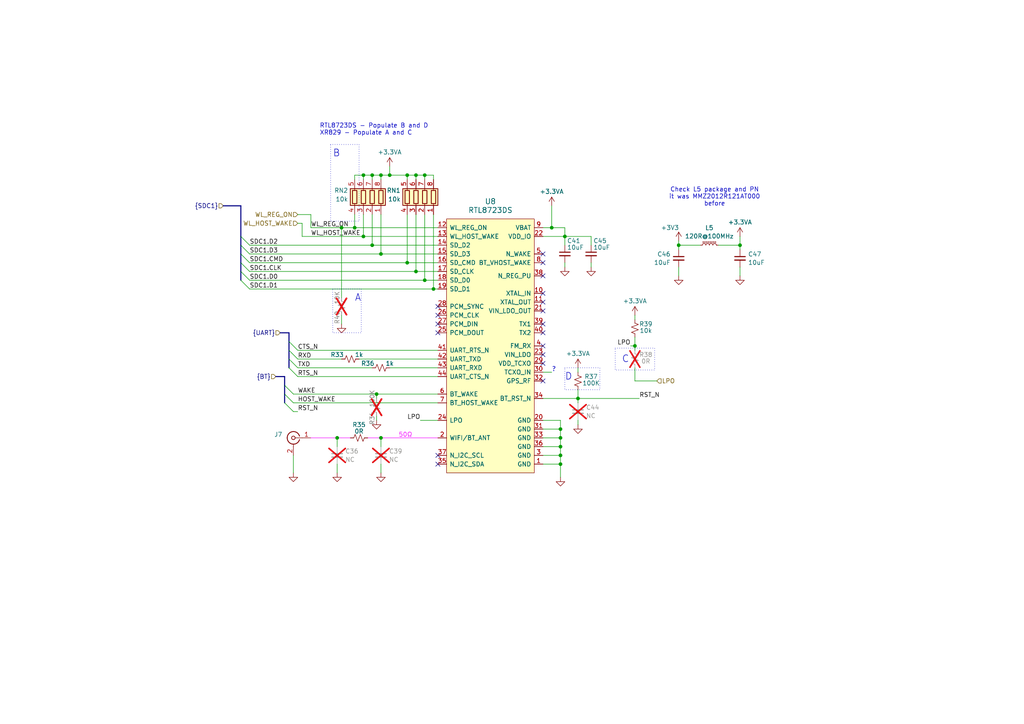
<source format=kicad_sch>
(kicad_sch (version 20231120) (generator "eeschema") (generator_version "8.0")
  (paper "A4")
  (lib_symbols
    (symbol "Connector:Conn_Coaxial" (pin_names (offset 1.016) hide)
      (property "Reference" "J" (at 0.254 3.048 0))
      (property "Value" "Conn_Coaxial" (at 2.921 0 90))
      (symbol "Conn_Coaxial_0_1"
        (arc (start -1.778 -0.508) (mid 0.2311 -1.8066) (end 1.778 0) (stroke (width 0.254)))
        (polyline (pts (xy -2.54 0) (xy -0.508 0)))
        (polyline (pts (xy 0 -2.54) (xy 0 -1.778)))
        (circle (center 0 0) (radius 0.508) (stroke (width 0.2032)))
        (arc (start 1.778 0) (mid 0.2099 1.8101) (end -1.778 0.508) (stroke (width 0.254)))
      )
      (symbol "Conn_Coaxial_1_1"
        (pin passive line (at -5.08 0 0) (length 2.54) (name "In") (number "1"))
        (pin passive line (at 0 -5.08 90) (length 2.54) (name "Ext") (number "2"))
      )
    )
    (symbol "Device:C_Small" (pin_numbers hide) (pin_names (offset 0.254) hide)
      (property "Reference" "C" (at 0.254 1.778 0))
      (property "Value" "C_Small" (at 0.254 -2.032 0))
      (symbol "C_Small_0_1"
        (polyline (pts (xy -1.524 -0.508) (xy 1.524 -0.508)) (stroke (width 0.3302)))
        (polyline (pts (xy -1.524 0.508) (xy 1.524 0.508)) (stroke (width 0.3048)))
      )
      (symbol "C_Small_1_1"
        (pin passive line (at 0 2.54 270) (length 2.032) (name "~") (number "1"))
        (pin passive line (at 0 -2.54 90) (length 2.032) (name "~") (number "2"))
      )
    )
    (symbol "Device:L_Ferrite_Small" (pin_numbers hide) (pin_names (offset 0.254) hide)
      (property "Reference" "L" (at 1.27 1.016 0))
      (property "Value" "L_Ferrite_Small" (at 1.27 -1.27 0))
      (symbol "L_Ferrite_Small_0_1"
        (arc (start 0 -2.032) (mid 0.5058 -1.524) (end 0 -1.016))
        (arc (start 0 -1.016) (mid 0.5058 -0.508) (end 0 0))
        (polyline (pts (xy 0.762 -1.905) (xy 0.762 -1.651)))
        (polyline (pts (xy 0.762 -1.397) (xy 0.762 -1.143)))
        (polyline (pts (xy 0.762 -0.889) (xy 0.762 -0.635)))
        (polyline (pts (xy 0.762 -0.381) (xy 0.762 -0.127)))
        (polyline (pts (xy 0.762 0.127) (xy 0.762 0.381)))
        (polyline (pts (xy 0.762 0.635) (xy 0.762 0.889)))
        (polyline (pts (xy 0.762 1.143) (xy 0.762 1.397)))
        (polyline (pts (xy 0.762 1.651) (xy 0.762 1.905)))
        (polyline (pts (xy 1.016 -1.651) (xy 1.016 -1.905)))
        (polyline (pts (xy 1.016 -1.143) (xy 1.016 -1.397)))
        (polyline (pts (xy 1.016 -0.635) (xy 1.016 -0.889)))
        (polyline (pts (xy 1.016 -0.127) (xy 1.016 -0.381)))
        (polyline (pts (xy 1.016 0.381) (xy 1.016 0.127)))
        (polyline (pts (xy 1.016 0.889) (xy 1.016 0.635)))
        (polyline (pts (xy 1.016 1.397) (xy 1.016 1.143)))
        (polyline (pts (xy 1.016 1.905) (xy 1.016 1.651)))
        (arc (start 0 0) (mid 0.5058 0.508) (end 0 1.016))
        (arc (start 0 1.016) (mid 0.5058 1.524) (end 0 2.032))
      )
      (symbol "L_Ferrite_Small_1_1"
        (pin passive line (at 0 2.54 270) (length 0.508) (name "~") (number "1"))
        (pin passive line (at 0 -2.54 90) (length 0.508) (name "~") (number "2"))
      )
    )
    (symbol "Device:R_Pack04" (pin_names (offset 0) hide)
      (property "Reference" "RN" (at -7.62 0 90))
      (property "Value" "R_Pack04" (at 5.08 0 90))
      (symbol "R_Pack04_0_1"
        (rectangle (start -6.35 -2.413) (end 3.81 2.413) (stroke (width 0.254)) (fill (type background)))
        (rectangle (start -5.715 1.905) (end -4.445 -1.905) (stroke (width 0.254)))
        (rectangle (start -3.175 1.905) (end -1.905 -1.905) (stroke (width 0.254)))
        (rectangle (start -0.635 1.905) (end 0.635 -1.905) (stroke (width 0.254)))
        (polyline (pts (xy -5.08 -2.54) (xy -5.08 -1.905)))
        (polyline (pts (xy -5.08 1.905) (xy -5.08 2.54)))
        (polyline (pts (xy -2.54 -2.54) (xy -2.54 -1.905)))
        (polyline (pts (xy -2.54 1.905) (xy -2.54 2.54)))
        (polyline (pts (xy 0 -2.54) (xy 0 -1.905)))
        (polyline (pts (xy 0 1.905) (xy 0 2.54)))
        (polyline (pts (xy 2.54 -2.54) (xy 2.54 -1.905)))
        (polyline (pts (xy 2.54 1.905) (xy 2.54 2.54)))
        (rectangle (start 1.905 1.905) (end 3.175 -1.905) (stroke (width 0.254)))
      )
      (symbol "R_Pack04_1_1"
        (pin passive line (at -5.08 -5.08 90) (length 2.54) (name "R1.1") (number "1"))
        (pin passive line (at -2.54 -5.08 90) (length 2.54) (name "R2.1") (number "2"))
        (pin passive line (at 0 -5.08 90) (length 2.54) (name "R3.1") (number "3"))
        (pin passive line (at 2.54 -5.08 90) (length 2.54) (name "R4.1") (number "4"))
        (pin passive line (at 2.54 5.08 270) (length 2.54) (name "R4.2") (number "5"))
        (pin passive line (at 0 5.08 270) (length 2.54) (name "R3.2") (number "6"))
        (pin passive line (at -2.54 5.08 270) (length 2.54) (name "R2.2") (number "7"))
        (pin passive line (at -5.08 5.08 270) (length 2.54) (name "R1.2") (number "8"))
      )
    )
    (symbol "Device:R_Small_US" (pin_numbers hide) (pin_names (offset 0.254) hide)
      (property "Reference" "R" (at 0.762 0.508 0))
      (property "Value" "R_Small_US" (at 0.762 -1.016 0))
      (symbol "R_Small_US_1_1"
        (polyline (pts (xy 0 0) (xy 1.016 -0.381) (xy 0 -0.762) (xy -1.016 -1.143) (xy 0 -1.524)))
        (polyline (pts (xy 0 1.524) (xy 1.016 1.143) (xy 0 0.762) (xy -1.016 0.381) (xy 0 0)))
        (pin passive line (at 0 2.54 270) (length 1.016) (name "~") (number "1"))
        (pin passive line (at 0 -2.54 90) (length 1.016) (name "~") (number "2"))
      )
    )
    (symbol "power:+3.3VA" (power) (pin_names (offset 0))
      (property "Value" "+3.3VA" (at 0 3.556 0))
      (symbol "+3.3VA_0_1"
        (polyline (pts (xy -0.762 1.27) (xy 0 2.54)))
        (polyline (pts (xy 0 0) (xy 0 2.54)))
        (polyline (pts (xy 0 2.54) (xy 0.762 1.27)))
      )
      (symbol "+3.3VA_1_1"
        (pin power_in line (at 0 0 90) (length 0) hide (name "+3.3VA") (number "1"))
      )
    )
    (symbol "power:+3V3" (power) (pin_names (offset 0))
      (property "Value" "+3V3" (at 0 3.556 0))
      (symbol "+3V3_0_1"
        (polyline (pts (xy -0.762 1.27) (xy 0 2.54)))
        (polyline (pts (xy 0 0) (xy 0 2.54)))
        (polyline (pts (xy 0 2.54) (xy 0.762 1.27)))
      )
      (symbol "+3V3_1_1"
        (pin power_in line (at 0 0 90) (length 0) hide (name "+3V3") (number "1"))
      )
    )
    (symbol "power:GND" (power) (pin_names (offset 0))
      (property "Value" "GND" (at 0 -3.81 0))
      (symbol "GND_0_1"
        (polyline (pts (xy 0 0) (xy 0 -1.27) (xy 1.27 -1.27) (xy 0 -2.54) (xy -1.27 -1.27) (xy 0 -1.27)))
      )
      (symbol "GND_1_1"
        (pin power_in line (at 0 0 270) (length 0) hide (name "GND") (number "1"))
      )
    )
    (symbol "rtl8723ds:RTL8723DS" (pin_names (offset 0.889))
      (property "Reference" "U" (at -10.16 34.925 0))
      (property "Value" "RTL8723DS" (at 0 -43.18 0))
      (symbol "RTL8723DS_1_1"
        (rectangle (start -12.7 33.02) (end 12.7 -40.64) (fill (type background)))
        (pin power_in line (at 15.24 -38.1 180) (length 2.4892) (name "GND") (number "1"))
        (pin input line (at 15.24 11.43 180) (length 2.4892) (name "XTAL_IN") (number "10"))
        (pin output line (at 15.24 8.89 180) (length 2.4892) (name "XTAL_OUT") (number "11"))
        (pin bidirectional line (at -15.24 30.48 0) (length 2.4892) (name "WL_REG_ON") (number "12"))
        (pin input line (at -15.24 27.94 0) (length 2.4892) (name "WL_HOST_WAKE") (number "13"))
        (pin bidirectional line (at -15.24 25.4 0) (length 2.4892) (name "SD_D2") (number "14"))
        (pin bidirectional line (at -15.24 22.86 0) (length 2.4892) (name "SD_D3") (number "15"))
        (pin bidirectional line (at -15.24 20.32 0) (length 2.4892) (name "SD_CMD") (number "16"))
        (pin input line (at -15.24 17.78 0) (length 2.4892) (name "SD_CLK") (number "17"))
        (pin bidirectional line (at -15.24 15.24 0) (length 2.4892) (name "SD_D0") (number "18"))
        (pin bidirectional line (at -15.24 12.7 0) (length 2.4892) (name "SD_D1") (number "19"))
        (pin bidirectional line (at -15.24 -30.48 0) (length 2.4892) (name "WIFI/BT_ANT") (number "2"))
        (pin power_in line (at 15.24 -25.4 180) (length 2.4892) (name "GND") (number "20"))
        (pin output line (at 15.24 6.35 180) (length 2.4892) (name "VIN_LDO_OUT") (number "21"))
        (pin power_in line (at 15.24 27.94 180) (length 2.4892) (name "VDD_IO") (number "22"))
        (pin power_in line (at 15.24 -6.35 180) (length 2.4892) (name "VIN_LDO") (number "23"))
        (pin bidirectional line (at -15.24 -25.4 0) (length 2.4892) (name "LPO") (number "24"))
        (pin output line (at -15.24 0 0) (length 2.4892) (name "PCM_DOUT") (number "25"))
        (pin input line (at -15.24 5.08 0) (length 2.4892) (name "PCM_CLK") (number "26"))
        (pin input line (at -15.24 2.54 0) (length 2.4892) (name "PCM_DIN") (number "27"))
        (pin input line (at -15.24 7.62 0) (length 2.4892) (name "PCM_SYNC") (number "28"))
        (pin power_in line (at 15.24 -8.89 180) (length 2.4892) (name "VDD_TCXO") (number "29"))
        (pin power_in line (at 15.24 -35.56 180) (length 2.4892) (name "GND") (number "3"))
        (pin input line (at 15.24 -11.43 180) (length 2.4892) (name "TCXO_IN") (number "30"))
        (pin power_in line (at 15.24 -27.94 180) (length 2.4892) (name "GND") (number "31"))
        (pin output line (at 15.24 -13.97 180) (length 2.4892) (name "GPS_RF") (number "32"))
        (pin power_in line (at 15.24 -30.48 180) (length 2.4892) (name "GND") (number "33"))
        (pin input line (at 15.24 -19.05 180) (length 2.4892) (name "BT_RST_N") (number "34"))
        (pin bidirectional line (at -15.24 -38.1 0) (length 2.4892) (name "N_I2C_SDA") (number "35"))
        (pin power_in line (at 15.24 -33.02 180) (length 2.4892) (name "GND") (number "36"))
        (pin input line (at -15.24 -35.56 0) (length 2.4892) (name "N_I2C_SCL") (number "37"))
        (pin output line (at 15.24 16.51 180) (length 2.4892) (name "N_REG_PU") (number "38"))
        (pin output line (at 15.24 2.54 180) (length 2.4892) (name "TX1") (number "39"))
        (pin input line (at 15.24 -3.81 180) (length 2.4892) (name "FM_RX") (number "4"))
        (pin output line (at 15.24 0 180) (length 2.4892) (name "TX2") (number "40"))
        (pin output line (at -15.24 -5.08 0) (length 2.4892) (name "UART_RTS_N") (number "41"))
        (pin output line (at -15.24 -7.62 0) (length 2.4892) (name "UART_TXD") (number "42"))
        (pin input line (at -15.24 -10.16 0) (length 2.4892) (name "UART_RXD") (number "43"))
        (pin input line (at -15.24 -12.7 0) (length 2.4892) (name "UART_CTS_N") (number "44"))
        (pin input line (at 15.24 22.86 180) (length 2.4892) (name "N_WAKE") (number "5"))
        (pin input line (at -15.24 -17.78 0) (length 2.4892) (name "BT_WAKE") (number "6"))
        (pin output line (at -15.24 -20.32 0) (length 2.4892) (name "BT_HOST_WAKE") (number "7"))
        (pin input line (at 15.24 20.32 180) (length 2.4892) (name "BT_VHOST_WAKE") (number "8"))
        (pin power_in line (at 15.24 30.48 180) (length 2.4892) (name "VBAT") (number "9"))
      )
    )
  )
  (bus_alias "BT" (members "WAKE" "HOST_WAKE" "RST_N"))
  (bus_alias "SDC1" (members "SDC1.D[3..0]" "SDC1.CLK" "SDC1.CMD"))
  (bus_alias "UART" (members "RTS_N" "TXD" "RXD" "CTS_N"))
  (junction (at 120.65 78.74))
  (junction (at 123.19 81.28))
  (junction (at 105.41 68.58))
  (junction (at 110.49 50.8))
  (junction (at 162.56 129.54))
  (junction (at 109.22 114.3))
  (junction (at 160.02 66.04))
  (junction (at 99.06 66.04))
  (junction (at 196.85 71.12))
  (junction (at 214.63 71.12))
  (junction (at 162.56 124.46))
  (junction (at 120.65 50.8))
  (junction (at 162.56 132.08))
  (junction (at 163.83 68.58))
  (junction (at 118.11 76.2))
  (junction (at 125.73 83.82))
  (junction (at 162.56 134.62))
  (junction (at 102.87 66.04))
  (junction (at 107.95 50.8))
  (junction (at 110.49 73.66))
  (junction (at 110.49 127))
  (junction (at 184.15 100.33))
  (junction (at 162.56 127))
  (junction (at 113.03 50.8))
  (junction (at 97.79 127))
  (junction (at 105.41 50.8))
  (junction (at 118.11 50.8))
  (junction (at 167.64 115.57))
  (junction (at 123.19 50.8))
  (junction (at 107.95 71.12))
  (no_connect (at 127 134.62))
  (no_connect (at 157.48 102.87))
  (no_connect (at 127 96.52))
  (no_connect (at 127 132.08))
  (no_connect (at 127 91.44))
  (no_connect (at 157.48 80.01))
  (no_connect (at 157.48 110.49))
  (no_connect (at 157.48 76.2))
  (no_connect (at 157.48 73.66))
  (no_connect (at 157.48 85.09))
  (no_connect (at 157.48 93.98))
  (no_connect (at 127 88.9))
  (no_connect (at 157.48 105.41))
  (no_connect (at 157.48 96.52))
  (no_connect (at 157.48 100.33))
  (no_connect (at 127 93.98))
  (no_connect (at 157.48 90.17))
  (no_connect (at 157.48 87.63))
  (bus_entry (at 86.36 104.14) (size -2.54 -2.54))
  (bus_entry (at 72.39 78.74) (size -2.54 -2.54))
  (bus_entry (at 86.36 101.6) (size -2.54 -2.54))
  (bus_entry (at 82.55 114.3) (size 2.54 2.54))
  (bus_entry (at 72.39 73.66) (size -2.54 -2.54))
  (bus_entry (at 86.36 109.22) (size -2.54 -2.54))
  (bus_entry (at 72.39 71.12) (size -2.54 -2.54))
  (bus_entry (at 72.39 76.2) (size -2.54 -2.54))
  (bus_entry (at 82.55 111.76) (size 2.54 2.54))
  (bus_entry (at 82.55 116.84) (size 2.54 2.54))
  (bus_entry (at 72.39 83.82) (size -2.54 -2.54))
  (bus_entry (at 86.36 106.68) (size -2.54 -2.54))
  (bus_entry (at 72.39 81.28) (size -2.54 -2.54))
  (wire (pts (xy 123.19 50.8) (xy 123.19 52.07)))
  (wire (pts (xy 86.36 62.23) (xy 90.17 62.23)))
  (wire (pts (xy 162.56 129.54) (xy 162.56 132.08)))
  (wire (pts (xy 113.03 50.8) (xy 118.11 50.8)))
  (wire (pts (xy 85.09 116.84) (xy 127 116.84)))
  (wire (pts (xy 162.56 121.92) (xy 162.56 124.46)))
  (wire (pts (xy 167.64 115.57) (xy 185.42 115.57)))
  (wire (pts (xy 87.63 68.58) (xy 105.41 68.58)))
  (wire (pts (xy 196.85 71.12) (xy 203.2 71.12)))
  (wire (pts (xy 162.56 132.08) (xy 162.56 134.62)))
  (wire (pts (xy 107.95 50.8) (xy 110.49 50.8)))
  (wire (pts (xy 184.15 106.68) (xy 184.15 110.49)))
  (wire (pts (xy 125.73 50.8) (xy 125.73 52.07)))
  (wire (pts (xy 102.87 66.04) (xy 127 66.04)))
  (bus (pts (xy 82.55 111.76) (xy 82.55 109.22)))
  (wire (pts (xy 160.02 59.69) (xy 160.02 66.04)))
  (wire (pts (xy 107.95 71.12) (xy 127 71.12)))
  (wire (pts (xy 196.85 69.85) (xy 196.85 71.12)))
  (wire (pts (xy 102.87 62.23) (xy 102.87 66.04)))
  (wire (pts (xy 105.41 50.8) (xy 105.41 52.07)))
  (wire (pts (xy 109.22 114.3) (xy 127 114.3)))
  (wire (pts (xy 163.83 68.58) (xy 171.45 68.58)))
  (wire (pts (xy 157.48 121.92) (xy 162.56 121.92)))
  (wire (pts (xy 105.41 50.8) (xy 107.95 50.8)))
  (wire (pts (xy 184.15 110.49) (xy 190.5 110.49)))
  (wire (pts (xy 160.02 66.04) (xy 163.83 66.04)))
  (wire (pts (xy 160.02 66.04) (xy 157.48 66.04)))
  (wire (pts (xy 157.48 107.95) (xy 160.02 107.95)))
  (wire (pts (xy 125.73 83.82) (xy 127 83.82)))
  (wire (pts (xy 72.39 78.74) (xy 120.65 78.74)))
  (wire (pts (xy 107.95 62.23) (xy 107.95 71.12)))
  (wire (pts (xy 97.79 127) (xy 97.79 129.54)))
  (wire (pts (xy 118.11 50.8) (xy 118.11 52.07)))
  (wire (pts (xy 72.39 81.28) (xy 123.19 81.28)))
  (bus (pts (xy 83.82 101.6) (xy 83.82 99.06)))
  (wire (pts (xy 107.95 50.8) (xy 107.95 52.07)))
  (wire (pts (xy 157.48 132.08) (xy 162.56 132.08)))
  (bus (pts (xy 82.55 114.3) (xy 82.55 116.84)))
  (bus (pts (xy 81.28 96.52) (xy 83.82 96.52)))
  (wire (pts (xy 86.36 106.68) (xy 107.95 106.68)))
  (wire (pts (xy 110.49 62.23) (xy 110.49 73.66)))
  (wire (pts (xy 97.79 127) (xy 101.6 127)) (stroke (width 0) (color 243 25 255 1)))
  (wire (pts (xy 72.39 73.66) (xy 110.49 73.66)))
  (wire (pts (xy 157.48 124.46) (xy 162.56 124.46)))
  (bus (pts (xy 69.85 78.74) (xy 69.85 76.2)))
  (bus (pts (xy 69.85 73.66) (xy 69.85 71.12)))
  (wire (pts (xy 196.85 71.12) (xy 196.85 72.39)))
  (wire (pts (xy 123.19 81.28) (xy 127 81.28)))
  (wire (pts (xy 102.87 50.8) (xy 105.41 50.8)))
  (wire (pts (xy 208.28 71.12) (xy 214.63 71.12)))
  (wire (pts (xy 87.63 64.77) (xy 87.63 68.58)))
  (wire (pts (xy 118.11 76.2) (xy 127 76.2)))
  (bus (pts (xy 64.77 59.69) (xy 69.85 59.69)))
  (bus (pts (xy 82.55 109.22) (xy 80.01 109.22)))
  (wire (pts (xy 72.39 83.82) (xy 125.73 83.82)))
  (wire (pts (xy 118.11 62.23) (xy 118.11 76.2)))
  (wire (pts (xy 162.56 124.46) (xy 162.56 127)))
  (wire (pts (xy 184.15 100.33) (xy 184.15 101.6)))
  (wire (pts (xy 184.15 97.79) (xy 184.15 100.33)))
  (bus (pts (xy 69.85 81.28) (xy 69.85 78.74)))
  (wire (pts (xy 120.65 78.74) (xy 127 78.74)))
  (wire (pts (xy 157.48 115.57) (xy 167.64 115.57)))
  (wire (pts (xy 110.49 134.62) (xy 110.49 137.16)))
  (wire (pts (xy 120.65 50.8) (xy 123.19 50.8)))
  (wire (pts (xy 110.49 50.8) (xy 110.49 52.07)))
  (wire (pts (xy 162.56 134.62) (xy 162.56 138.43)))
  (wire (pts (xy 99.06 91.44) (xy 99.06 93.98)))
  (wire (pts (xy 97.79 134.62) (xy 97.79 137.16)))
  (wire (pts (xy 214.63 77.47) (xy 214.63 80.01)))
  (wire (pts (xy 106.68 127) (xy 110.49 127)) (stroke (width 0) (color 243 25 255 1)))
  (wire (pts (xy 118.11 50.8) (xy 120.65 50.8)))
  (wire (pts (xy 214.63 71.12) (xy 214.63 72.39)))
  (wire (pts (xy 90.17 66.04) (xy 99.06 66.04)))
  (bus (pts (xy 69.85 71.12) (xy 69.85 68.58)))
  (wire (pts (xy 102.87 50.8) (xy 102.87 52.07)))
  (wire (pts (xy 99.06 66.04) (xy 102.87 66.04)))
  (wire (pts (xy 113.03 106.68) (xy 127 106.68)))
  (wire (pts (xy 72.39 71.12) (xy 107.95 71.12)))
  (bus (pts (xy 69.85 76.2) (xy 69.85 73.66)))
  (wire (pts (xy 105.41 68.58) (xy 127 68.58)))
  (bus (pts (xy 83.82 104.14) (xy 83.82 101.6)))
  (wire (pts (xy 125.73 62.23) (xy 125.73 83.82)))
  (wire (pts (xy 214.63 68.58) (xy 214.63 71.12)))
  (wire (pts (xy 104.14 104.14) (xy 127 104.14)))
  (wire (pts (xy 85.09 114.3) (xy 109.22 114.3)))
  (wire (pts (xy 109.22 121.92) (xy 109.22 120.65)))
  (wire (pts (xy 86.36 101.6) (xy 127 101.6)))
  (wire (pts (xy 123.19 62.23) (xy 123.19 81.28)))
  (wire (pts (xy 113.03 48.26) (xy 113.03 50.8)))
  (wire (pts (xy 163.83 68.58) (xy 163.83 66.04)))
  (wire (pts (xy 167.64 106.68) (xy 167.64 107.95)))
  (wire (pts (xy 163.83 68.58) (xy 163.83 71.12)))
  (wire (pts (xy 123.19 50.8) (xy 125.73 50.8)))
  (wire (pts (xy 182.88 100.33) (xy 184.15 100.33)))
  (wire (pts (xy 90.17 127) (xy 97.79 127)) (stroke (width 0) (color 243 25 255 1)))
  (wire (pts (xy 121.92 121.92) (xy 127 121.92)))
  (wire (pts (xy 196.85 77.47) (xy 196.85 80.01)))
  (bus (pts (xy 83.82 106.68) (xy 83.82 104.14)))
  (wire (pts (xy 85.09 119.38) (xy 86.36 119.38)))
  (wire (pts (xy 157.48 129.54) (xy 162.56 129.54)))
  (wire (pts (xy 120.65 62.23) (xy 120.65 78.74)))
  (wire (pts (xy 90.17 62.23) (xy 90.17 66.04)))
  (wire (pts (xy 120.65 50.8) (xy 120.65 52.07)))
  (wire (pts (xy 85.09 137.16) (xy 85.09 132.08)))
  (wire (pts (xy 163.83 76.2) (xy 163.83 77.47)))
  (wire (pts (xy 110.49 73.66) (xy 127 73.66)))
  (wire (pts (xy 86.36 104.14) (xy 99.06 104.14)))
  (wire (pts (xy 110.49 127) (xy 110.49 129.54)))
  (wire (pts (xy 157.48 127) (xy 162.56 127)))
  (bus (pts (xy 83.82 96.52) (xy 83.82 99.06)))
  (wire (pts (xy 184.15 91.44) (xy 184.15 92.71)))
  (wire (pts (xy 167.64 115.57) (xy 167.64 116.84)))
  (wire (pts (xy 162.56 127) (xy 162.56 129.54)))
  (bus (pts (xy 82.55 111.76) (xy 82.55 114.3)))
  (wire (pts (xy 157.48 134.62) (xy 162.56 134.62)))
  (bus (pts (xy 69.85 59.69) (xy 69.85 68.58)))
  (wire (pts (xy 157.48 68.58) (xy 163.83 68.58)))
  (wire (pts (xy 167.64 121.92) (xy 167.64 123.19)))
  (wire (pts (xy 72.39 76.2) (xy 118.11 76.2)))
  (wire (pts (xy 86.36 109.22) (xy 127 109.22)))
  (wire (pts (xy 99.06 66.04) (xy 99.06 86.36)))
  (wire (pts (xy 110.49 50.8) (xy 113.03 50.8)))
  (wire (pts (xy 171.45 76.2) (xy 171.45 77.47)))
  (wire (pts (xy 109.22 114.3) (xy 109.22 115.57)))
  (wire (pts (xy 110.49 127) (xy 127 127)) (stroke (width 0) (color 243 25 255 1)))
  (wire (pts (xy 171.45 68.58) (xy 171.45 71.12)))
  (wire (pts (xy 167.64 113.03) (xy 167.64 115.57)))
  (wire (pts (xy 105.41 62.23) (xy 105.41 68.58)))
  (wire (pts (xy 86.36 64.77) (xy 87.63 64.77)))
  (rectangle (start 95.885 41.91) (end 104.14 64.135) (stroke (width 0) (type dot)))
  (rectangle (start 96.52 83.82) (end 104.775 96.52) (stroke (width 0) (type dot)))
  (rectangle (start 178.435 100.965) (end 189.865 107.315) (stroke (width 0) (type dot)))
  (rectangle (start 163.83 106.68) (end 173.99 113.03) (stroke (width 0) (type dot)))
  (text "D" (at 163.83 110.49 0) (effects (font (size 2 2)) (justify left bottom)))
  (text "C" (at 180.34 105.41 0) (effects (font (size 2 2)) (justify left bottom)))
  (text "A" (at 102.87 87.63 0) (effects (font (size 2 2)) (justify left bottom)))
  (text "Check L5 package and PN\nit was MMZ2012R121AT000\nbefore" (at 207.264 57.15 0) (effects (font (size 1.27 1.27))))
  (text "RTL8723DS - Populate B and D\nXR829 - Populate A and C" (at 92.71 39.37 0) (effects (font (size 1.27 1.27)) (justify left bottom)))
  (text "B" (at 96.52 45.72 0) (effects (font (size 2 2)) (justify left bottom)))
  (text "?" (at 160.02 107.95 0) (effects (font (size 1.27 1.27)) (justify left bottom)))
  (text "50Ω" (at 115.57 127 0) (effects (font (size 1.27 1.27)) (justify left bottom)))
  (label "WAKE" (at 86.36 114.3 0))
  (label "SDC1.D0" (at 72.39 81.28 0))
  (label "SDC1.CLK" (at 72.39 78.74 0))
  (label "SDC1.CMD" (at 72.39 76.2 0))
  (label "LPO" (at 121.92 121.92 180))
  (label "HOST_WAKE" (at 86.36 116.84 0))
  (label "SDC1.D3" (at 72.39 73.66 0))
  (label "WL_REG_ON" (at 90.17 66.04 0))
  (label "CTS_N" (at 86.36 101.6 0))
  (label "SDC1.D1" (at 72.39 83.82 0))
  (label "RXD" (at 86.36 104.14 0))
  (label "TXD" (at 86.36 106.68 0))
  (label "LPO" (at 182.88 100.33 180))
  (label "RTS_N" (at 86.36 109.22 0))
  (label "RST_N" (at 185.42 115.57 0))
  (label "RST_N" (at 86.36 119.38 0))
  (label "SDC1.D2" (at 72.39 71.12 0))
  (label "WL_HOST_WAKE" (at 90.17 68.58 0))
  (hierarchical_label "WL_HOST_WAKE" (shape input) (at 86.36 64.77 180))
  (hierarchical_label "LPO" (shape input) (at 190.5 110.49 0))
  (hierarchical_label "{UART}" (shape input) (at 81.28 96.52 180))
  (hierarchical_label "{SDC1}" (shape input) (at 64.77 59.69 180))
  (hierarchical_label "{BT}" (shape input) (at 80.01 109.22 180))
  (hierarchical_label "WL_REG_ON" (shape input) (at 86.36 62.23 180))
  (symbol (lib_id "Device:C_Small") (at 167.64 119.38 0) (unit 1) (in_bom no) (dnp yes)
    (property "Reference" "C44" (at 169.9641 118.1742 0) (effects (justify left)))
    (property "Value" "NC" (at 169.9641 120.5984 0) (effects (justify left)))
    (property "Footprint" "Capacitor_SMD:C_0402_1005Metric" (effects (hide yes)))
    (instances (project "hardware" (path "" (reference "C44") (unit 1))) (project "board" (path "" (reference "C5") (unit 1))))
  )
  (symbol (lib_id "power:GND") (at 196.85 80.01 0) (unit 1)
    (property "Reference" "#PWR0123" (effects (hide yes)))
    (property "Value" "GND" (effects (hide yes)))
    (instances (project "hardware" (path "" (reference "#PWR0123") (unit 1))) (project "board" (path "" (reference "#PWR016") (unit 1))))
  )
  (symbol (lib_id "Device:R_Small_US") (at 110.49 106.68 90) (unit 1)
    (property "Reference" "R36" (at 106.68 105.41 90))
    (property "Value" "1k" (at 113.03 105.41 90))
    (property "Footprint" "Resistor_SMD:R_0402_1005Metric" (effects (hide yes)))
    (property "MPN" "RC0402FR-131KL" (effects (hide yes)))
    (instances (project "hardware" (path "" (reference "R36") (unit 1))) (project "board" (path "" (reference "R17") (unit 1))))
  )
  (symbol (lib_id "Connector:Conn_Coaxial") (at 85.09 127 0) (mirror y) (unit 1)
    (property "Reference" "J7" (at 81.915 126.0232 0) (effects (justify left)))
    (property "Value" "Conn_Coaxial" (effects (hide yes)))
    (property "Footprint" "Connector_Coaxial:SMA_Amphenol_901-143_Horizontal" (effects (hide yes)))
    (property "Datasheet" " ~" (effects (hide yes)))
    (property "MPN" "CONREVSMA002-G" (effects (hide yes)))
    (instances (project "hardware" (path "" (reference "J7") (unit 1))) (project "board" (path "" (reference "J6") (unit 1))))
  )
  (symbol (lib_id "Device:C_Small") (at 163.83 73.66 0) (unit 1)
    (property "Reference" "C41" (at 164.465 69.85 0) (effects (justify left)))
    (property "Value" "10uF" (at 164.465 71.755 0) (effects (justify left)))
    (property "Footprint" "Capacitor_SMD:C_0603_1608Metric" (effects (hide yes)))
    (property "MPN" "LMK107BBJ106MALT" (effects (hide yes)))
    (instances (project "hardware" (path "" (reference "C41") (unit 1))) (project "board" (path "" (reference "C3") (unit 1))))
  )
  (symbol (lib_id "power:+3.3VA") (at 184.15 91.44 0) (unit 1)
    (property "Reference" "#PWR0122" (effects (hide yes)))
    (property "Value" "+3.3VA" (at 184.15 87.3069 0))
    (instances (project "hardware" (path "" (reference "#PWR0122") (unit 1))) (project "board" (path "" (reference "#PWR026") (unit 1))))
  )
  (symbol (lib_id "Device:C_Small") (at 214.63 74.93 0) (unit 1)
    (property "Reference" "C47" (at 216.9541 73.7242 0) (effects (justify left)))
    (property "Value" "10uF" (at 216.9541 76.1484 0) (effects (justify left)))
    (property "Footprint" "Capacitor_SMD:C_0603_1608Metric" (effects (hide yes)))
    (property "MPN" "LMK107BBJ106MALT" (effects (hide yes)))
    (instances (project "hardware" (path "" (reference "C47") (unit 1))) (project "board" (path "" (reference "C2") (unit 1))))
  )
  (symbol (lib_id "power:GND") (at 163.83 77.47 0) (unit 1)
    (property "Reference" "#PWR0127" (effects (hide yes)))
    (property "Value" "GND" (effects (hide yes)))
    (instances (project "hardware" (path "" (reference "#PWR0127") (unit 1))) (project "board" (path "" (reference "#PWR022") (unit 1))))
  )
  (symbol (lib_id "power:GND") (at 214.63 80.01 0) (unit 1)
    (property "Reference" "#PWR0126" (effects (hide yes)))
    (property "Value" "GND" (effects (hide yes)))
    (instances (project "hardware" (path "" (reference "#PWR0126") (unit 1))) (project "board" (path "" (reference "#PWR018") (unit 1))))
  )
  (symbol (lib_id "Device:R_Small_US") (at 184.15 104.14 180) (unit 1) (in_bom no) (dnp yes)
    (property "Reference" "R38" (at 187.325 102.87 0))
    (property "Value" "0R" (at 187.325 104.775 0))
    (property "Footprint" "Resistor_SMD:R_0402_1005Metric" (effects (hide yes)))
    (instances (project "hardware" (path "" (reference "R38") (unit 1))) (project "board" (path "" (reference "R14") (unit 1))))
  )
  (symbol (lib_id "Device:R_Small_US") (at 101.6 104.14 90) (unit 1)
    (property "Reference" "R33" (at 97.79 102.87 90))
    (property "Value" "1k" (at 104.14 102.87 90))
    (property "Footprint" "Resistor_SMD:R_0402_1005Metric" (effects (hide yes)))
    (property "MPN" "RC0402FR-131KL" (effects (hide yes)))
    (instances (project "hardware" (path "" (reference "R33") (unit 1))) (project "board" (path "" (reference "R16") (unit 1))))
  )
  (symbol (lib_id "power:+3.3VA") (at 167.64 106.68 0) (unit 1)
    (property "Reference" "#PWR0129" (effects (hide yes)))
    (property "Value" "+3.3VA" (at 167.64 102.5469 0))
    (instances (project "hardware" (path "" (reference "#PWR0129") (unit 1))) (project "board" (path "" (reference "#PWR023") (unit 1))))
  )
  (symbol (lib_id "Device:R_Small_US") (at 184.15 95.25 180) (unit 1)
    (property "Reference" "R39" (at 187.325 93.98 0))
    (property "Value" "10k" (at 187.325 95.885 0))
    (property "Footprint" "Resistor_SMD:R_0402_1005Metric" (effects (hide yes)))
    (property "MPN" "RC0402FR-1310KL" (effects (hide yes)))
    (instances (project "hardware" (path "" (reference "R39") (unit 1))) (project "board" (path "" (reference "R13") (unit 1))))
  )
  (symbol (lib_id "power:+3.3VA") (at 214.63 68.58 0) (unit 1)
    (property "Reference" "#PWR0125" (effects (hide yes)))
    (property "Value" "+3.3VA" (at 214.63 64.4469 0))
    (instances (project "hardware" (path "" (reference "#PWR0125") (unit 1))) (project "board" (path "" (reference "#PWR017") (unit 1))))
  )
  (symbol (lib_id "Device:R_Small_US") (at 99.06 88.9 180) (unit 1) (in_bom no) (dnp yes)
    (property "Reference" "R40" (at 97.79 92.075 90))
    (property "Value" "10K" (at 97.79 86.36 90))
    (property "Footprint" "Resistor_SMD:R_0402_1005Metric" (effects (hide yes)))
    (instances (project "hardware" (path "" (reference "R40") (unit 1))) (project "board" (path "" (reference "R18") (unit 1))))
  )
  (symbol (lib_id "power:GND") (at 97.79 137.16 0) (unit 1)
    (property "Reference" "#PWR0118" (effects (hide yes)))
    (property "Value" "GND" (effects (hide yes)))
    (instances (project "hardware" (path "" (reference "#PWR0118") (unit 1))) (project "board" (path "" (reference "#PWR011") (unit 1))))
  )
  (symbol (lib_id "power:GND") (at 162.56 138.43 0) (unit 1)
    (property "Reference" "#PWR0131" (effects (hide yes)))
    (property "Value" "GND" (effects (hide yes)))
    (instances (project "hardware" (path "" (reference "#PWR0131") (unit 1))) (project "board" (path "" (reference "#PWR021") (unit 1))))
  )
  (symbol (lib_id "Device:C_Small") (at 171.45 73.66 0) (unit 1)
    (property "Reference" "C45" (at 172.085 69.85 0) (effects (justify left)))
    (property "Value" "10uF" (at 172.085 71.755 0) (effects (justify left)))
    (property "Footprint" "Capacitor_SMD:C_0603_1608Metric" (effects (hide yes)))
    (property "MPN" "LMK107BBJ106MALT" (effects (hide yes)))
    (instances (project "hardware" (path "" (reference "C45") (unit 1))) (project "board" (path "" (reference "C4") (unit 1))))
  )
  (symbol (lib_id "Device:R_Small_US") (at 104.14 127 90) (unit 1)
    (property "Reference" "R35" (at 104.14 123.19 90))
    (property "Value" "0R" (at 104.14 125.095 90))
    (property "Footprint" "Resistor_SMD:R_0402_1005Metric" (effects (hide yes)))
    (property "MPN" "RC0402FR-070RL" (effects (hide yes)))
    (instances (project "hardware" (path "" (reference "R35") (unit 1))) (project "board" (path "" (reference "R3") (unit 1))))
  )
  (symbol (lib_id "power:+3V3") (at 196.85 69.85 0) (unit 1)
    (property "Reference" "#PWR0124" (effects (hide yes)))
    (property "Value" "+3V3" (at 194.31 66.04 0))
    (instances (project "hardware" (path "" (reference "#PWR0124") (unit 1))) (project "board" (path "" (reference "#PWR015") (unit 1))))
  )
  (symbol (lib_id "rtl8723ds:RTL8723DS") (at 142.24 96.52 0) (unit 1)
    (property "Reference" "U8" (at 142.24 58.42 0) (effects (font (size 1.524 1.524))))
    (property "Value" "RTL8723DS" (at 142.24 60.96 0) (effects (font (size 1.524 1.524))))
    (property "Footprint" "KiLib:RTL8723" (effects (hide yes)))
    (property "MPN" "RTL8723DS" (effects (hide yes)))
    (instances (project "hardware" (path "" (reference "U8") (unit 1))) (project "board" (path "" (reference "U2") (unit 1))))
  )
  (symbol (lib_id "power:GND") (at 110.49 137.16 0) (unit 1)
    (property "Reference" "#PWR0105" (effects (hide yes)))
    (property "Value" "GND" (effects (hide yes)))
    (instances (project "hardware" (path "" (reference "#PWR0105") (unit 1))) (project "board" (path "" (reference "#PWR013") (unit 1))))
  )
  (symbol (lib_id "power:GND") (at 99.06 93.98 0) (unit 1)
    (property "Reference" "#PWR0120" (effects (hide yes)))
    (property "Value" "GND" (effects (hide yes)))
    (instances (project "hardware" (path "" (reference "#PWR0120") (unit 1))) (project "board" (path "" (reference "#PWR012") (unit 1))))
  )
  (symbol (lib_id "Device:R_Small_US") (at 109.22 118.11 180) (unit 1) (in_bom no) (dnp yes)
    (property "Reference" "R34" (at 107.95 121.285 90))
    (property "Value" "100K" (at 107.95 115.57 90))
    (property "Footprint" "Resistor_SMD:R_0402_1005Metric" (effects (hide yes)))
    (instances (project "hardware" (path "" (reference "R34") (unit 1))) (project "board" (path "" (reference "R4") (unit 1))))
  )
  (symbol (lib_id "power:GND") (at 109.22 121.92 0) (unit 1)
    (property "Reference" "#PWR0117" (effects (hide yes)))
    (property "Value" "GND" (effects (hide yes)))
    (instances (project "hardware" (path "" (reference "#PWR0117") (unit 1))) (project "board" (path "" (reference "#PWR010") (unit 1))))
  )
  (symbol (lib_id "Device:C_Small") (at 97.79 132.08 0) (unit 1) (in_bom no) (dnp yes)
    (property "Reference" "C36" (at 100.1141 130.8742 0) (effects (justify left)))
    (property "Value" "NC" (at 100.1141 133.2984 0) (effects (justify left)))
    (property "Footprint" "Capacitor_SMD:C_0402_1005Metric" (effects (hide yes)))
    (instances (project "hardware" (path "" (reference "C36") (unit 1))) (project "board" (path "" (reference "C7") (unit 1))))
  )
  (symbol (lib_id "Device:R_Small_US") (at 167.64 110.49 180) (unit 1)
    (property "Reference" "R37" (at 171.45 109.22 0))
    (property "Value" "100K" (at 171.45 111.125 0))
    (property "Footprint" "Resistor_SMD:R_0402_1005Metric" (effects (hide yes)))
    (property "MPN" "RC0402FR-13100KL" (effects (hide yes)))
    (instances (project "hardware" (path "" (reference "R37") (unit 1))) (project "board" (path "" (reference "R15") (unit 1))))
  )
  (symbol (lib_id "power:+3.3VA") (at 113.03 48.26 0) (unit 1)
    (property "Reference" "#PWR0121" (effects (hide yes)))
    (property "Value" "+3.3VA" (at 113.03 44.1269 0))
    (instances (project "hardware" (path "" (reference "#PWR0121") (unit 1))) (project "board" (path "" (reference "#PWR019") (unit 1))))
  )
  (symbol (lib_id "Device:R_Pack04") (at 105.41 57.15 0) (mirror y) (unit 1)
    (property "Reference" "RN2" (at 100.965 55.245 0) (effects (justify left)))
    (property "Value" "10k" (at 100.965 57.785 0) (effects (justify left)))
    (property "Footprint" "Resistor_SMD:R_Array_Convex_4x0402" (effects (hide yes)))
    (property "MPN" "4D02WGJ0103TCE" (effects (hide yes)))
  )
  (symbol (lib_id "Device:L_Ferrite_Small") (at 205.74 71.12 90) (unit 1)
    (property "Reference" "L5" (at 205.74 66.0867 90))
    (property "Value" "120R@100MHz" (at 205.74 68.5109 90))
    (property "Footprint" "Inductor_SMD:L_0603_1608Metric" (effects (hide yes)))
    (property "MPN" "BLM18KG121TN1D" (effects (hide yes)))
    (instances (project "hardware" (path "" (reference "L5") (unit 1))) (project "board" (path "" (reference "L2") (unit 1))))
  )
  (symbol (lib_id "power:GND") (at 85.09 137.16 0) (unit 1)
    (property "Reference" "#PWR0119" (effects (hide yes)))
    (property "Value" "GND" (effects (hide yes)))
    (instances (project "hardware" (path "" (reference "#PWR0119") (unit 1))) (project "board" (path "" (reference "#PWR05") (unit 1))))
  )
  (symbol (lib_id "Device:C_Small") (at 196.85 74.93 0) (mirror y) (unit 1)
    (property "Reference" "C46" (at 194.5259 73.7242 0) (effects (justify left)))
    (property "Value" "10uF" (at 194.5259 76.1484 0) (effects (justify left)))
    (property "Footprint" "Capacitor_SMD:C_0603_1608Metric" (effects (hide yes)))
    (property "MPN" "LMK107BBJ106MALT" (effects (hide yes)))
    (instances (project "hardware" (path "" (reference "C46") (unit 1))) (project "board" (path "" (reference "C1") (unit 1))))
  )
  (symbol (lib_id "power:GND") (at 171.45 77.47 0) (unit 1)
    (property "Reference" "#PWR0128" (effects (hide yes)))
    (property "Value" "GND" (effects (hide yes)))
    (instances (project "hardware" (path "" (reference "#PWR0128") (unit 1))) (project "board" (path "" (reference "#PWR025") (unit 1))))
  )
  (symbol (lib_id "power:+3.3VA") (at 160.02 59.69 0) (unit 1)
    (property "Reference" "#PWR087" (effects (hide yes)))
    (property "Value" "+3.3VA" (at 160.02 55.5569 0))
  )
  (symbol (lib_id "power:GND") (at 167.64 123.19 0) (unit 1)
    (property "Reference" "#PWR0130" (effects (hide yes)))
    (property "Value" "GND" (effects (hide yes)))
    (instances (project "hardware" (path "" (reference "#PWR0130") (unit 1))) (project "board" (path "" (reference "#PWR024") (unit 1))))
  )
  (symbol (lib_id "Device:R_Pack04") (at 120.65 57.15 0) (mirror y) (unit 1)
    (property "Reference" "RN1" (at 116.205 55.245 0) (effects (justify left)))
    (property "Value" "10k" (at 116.205 57.785 0) (effects (justify left)))
    (property "Footprint" "Resistor_SMD:R_Array_Convex_4x0402" (effects (hide yes)))
    (property "MPN" "4D02WGJ0103TCE" (effects (hide yes)))
  )
  (symbol (lib_id "Device:C_Small") (at 110.49 132.08 0) (unit 1) (in_bom no) (dnp yes)
    (property "Reference" "C39" (at 112.8141 130.8742 0) (effects (justify left)))
    (property "Value" "NC" (at 112.8141 133.2984 0) (effects (justify left)))
    (property "Footprint" "Capacitor_SMD:C_0402_1005Metric" (effects (hide yes)))
    (instances (project "hardware" (path "" (reference "C39") (unit 1))) (project "board" (path "" (reference "C6") (unit 1))))
  )
)
</source>
